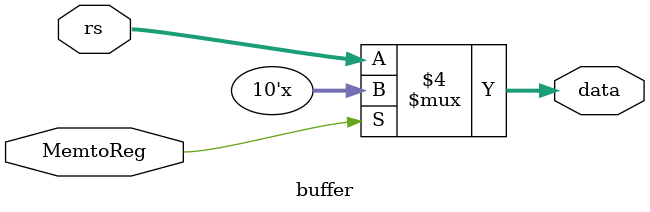
<source format=v>
module buffer (
    output reg [9:0] data,
    input wire MemtoReg,
    input wire [9:0] rs
);

    

    always @(MemtoReg, rs) begin 
        if (MemtoReg == 1) begin
            data = 10'bz;
        end
        
        else begin
            data = rs;
        end
    end
endmodule
</source>
